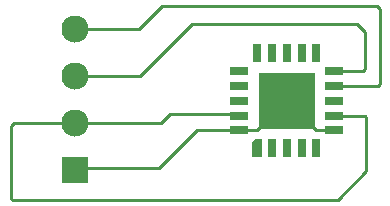
<source format=gtl>
%FSTAX23Y23*%
%MOIN*%
%SFA1B1*%

%IPPOS*%
%ADD17R,0.019685X0.019685*%
%ADD18R,0.031496X0.059055*%
%ADD19R,0.059055X0.031496*%
%ADD20R,0.188976X0.188976*%
%ADD21C,0.010000*%
%ADD22R,0.090551X0.090551*%
%ADD23C,0.090551*%
%LNco2devicepcb1-1*%
%LPD*%
G36*
X0637Y01317D02*
X06392D01*
Y01257*
X0636*
Y01307*
X0637Y01317*
G37*
G54D17*
X06376Y01287D03*
G54D18*
X06425Y01287D03*
X06475D03*
X06524D03*
X06573D03*
X06376Y01602D03*
X06425D03*
X06475D03*
X06524D03*
X06573D03*
G54D19*
X06632Y01346D03*
Y01395D03*
Y01445D03*
Y01494D03*
Y01543D03*
X06317Y01346D03*
Y01395D03*
Y01445D03*
Y01494D03*
Y01543D03*
G54D20*
X06475Y01445D03*
G54D21*
X05986Y01526D02*
X0616Y017D01*
X0671*
X06735Y01675*
X06376Y01346D02*
X06475Y01445D01*
X06317Y01346D02*
X06376D01*
X06475Y01445D02*
X06573Y01346D01*
X06632*
X06176D02*
X06317D01*
X0605Y0122D02*
X06176Y01346D01*
X05776Y0122D02*
X0605D01*
X0577Y01214D02*
X05776Y0122D01*
X05565Y0137D02*
X0577D01*
X05555Y01359D02*
X05565Y0137D01*
X05555Y0112D02*
Y01359D01*
Y0112D02*
X0556Y01115D01*
X06645*
X0674Y0121*
Y01389*
X06734Y01395D02*
X0674Y01389D01*
X06632Y01395D02*
X06734D01*
X06313Y014D02*
X06317Y01395D01*
X06085Y014D02*
X06313D01*
X06055Y0137D02*
X06085Y014D01*
X0577Y0137D02*
X06055D01*
X06632Y01543D02*
X06634Y01545D01*
X06729*
X06735Y0155*
Y01675*
X0577Y01526D02*
X05986D01*
X06632Y01494D02*
X06633Y01495D01*
X06779*
X06785Y015*
Y0175*
X06775Y0176D02*
X06785Y0175D01*
X0606Y0176D02*
X06775D01*
X05982Y01682D02*
X0606Y0176D01*
X0577Y01682D02*
X05982D01*
G54D22*
X0577Y01214D03*
G54D23*
X0577Y0137D03*
Y01526D03*
Y01682D03*
M02*
</source>
